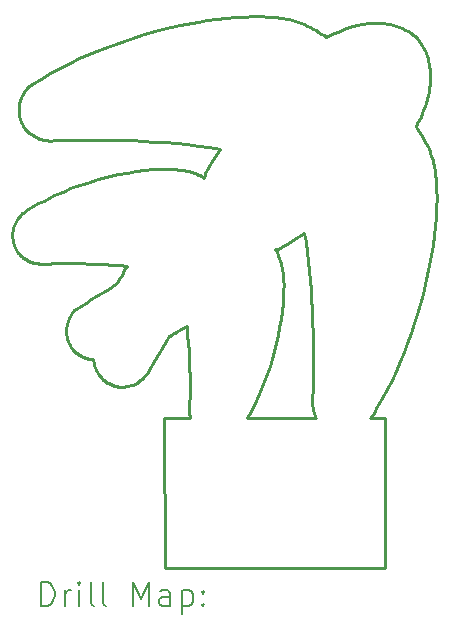
<source format=gbr>
%TF.GenerationSoftware,KiCad,Pcbnew,(6.0.10-0)*%
%TF.CreationDate,2023-06-21T21:43:06+02:00*%
%TF.ProjectId,SwiftLeeds,53776966-744c-4656-9564-732e6b696361,rev?*%
%TF.SameCoordinates,Original*%
%TF.FileFunction,Drillmap*%
%TF.FilePolarity,Positive*%
%FSLAX45Y45*%
G04 Gerber Fmt 4.5, Leading zero omitted, Abs format (unit mm)*
G04 Created by KiCad (PCBNEW (6.0.10-0)) date 2023-06-21 21:43:06*
%MOMM*%
%LPD*%
G01*
G04 APERTURE LIST*
%ADD10C,0.264583*%
%ADD11C,0.200000*%
G04 APERTURE END LIST*
D10*
X16724384Y-7317746D02*
X16720864Y-7317938D01*
X14492305Y-7267247D02*
X14495228Y-7277110D01*
X14698053Y-6379314D02*
X14713009Y-6385085D01*
X15309262Y-6703392D02*
X15212918Y-6728261D01*
X14612388Y-7415086D02*
X14620125Y-7418878D01*
X17010421Y-7665303D02*
X17003883Y-7584408D01*
X17978314Y-7618182D02*
X18014259Y-7450318D01*
X17855800Y-5488792D02*
X17835620Y-5475364D01*
X14728781Y-7442262D02*
X14756061Y-7442258D01*
X17272560Y-5464345D02*
X17239299Y-5478262D01*
X14685818Y-7439217D02*
X14694354Y-7440447D01*
X18038400Y-6547179D02*
X18031849Y-6527353D01*
X14650336Y-5925300D02*
X14650336Y-5925300D01*
X16827919Y-5373119D02*
X16801487Y-5367515D01*
X16033295Y-6679608D02*
X16020100Y-6674696D01*
X15871841Y-6423684D02*
X15964545Y-6432809D01*
X16770662Y-7499097D02*
X16773666Y-7519969D01*
X16059298Y-6690448D02*
X16046363Y-6684861D01*
X16110221Y-6714014D02*
X16109575Y-6715950D01*
X18054292Y-7202749D02*
X18063194Y-7123881D01*
X18054511Y-6607720D02*
X18049749Y-6587371D01*
X15212918Y-6728261D02*
X15117441Y-6756665D01*
X17036595Y-8702183D02*
X17034740Y-8696000D01*
X14702928Y-7441370D02*
X14711531Y-7441983D01*
X15553274Y-8439986D02*
X15568558Y-8428601D01*
X16747986Y-7312959D02*
X16744767Y-7314127D01*
X17914008Y-6255100D02*
X17928023Y-6226701D01*
X15391533Y-8484627D02*
X15391533Y-8484627D01*
X14965808Y-7898955D02*
X14960551Y-7910365D01*
X15369751Y-8481806D02*
X15380572Y-8483495D01*
X14578168Y-5998357D02*
X14571633Y-6009454D01*
X14794114Y-6886137D02*
X14749764Y-6908706D01*
X16691837Y-5353868D02*
X16663784Y-5351956D01*
X15309262Y-6703392D02*
X15309262Y-6703392D01*
X17024245Y-8587942D02*
X17025006Y-8566836D01*
X16773462Y-7777881D02*
X16766115Y-7845907D01*
X14806922Y-5828834D02*
X14727813Y-5875703D01*
X17436771Y-5415908D02*
X17410013Y-5421352D01*
X14486836Y-7165284D02*
X14485485Y-7175486D01*
X15201442Y-8356200D02*
X15206917Y-8365605D01*
X17239299Y-5478262D02*
X17206468Y-5493192D01*
X17616718Y-8579257D02*
X17616718Y-8579257D01*
X15019874Y-7829577D02*
X15019874Y-7829577D01*
X16762970Y-7303718D02*
X16762970Y-7303718D01*
X14609887Y-5957910D02*
X14601129Y-5967367D01*
X15180220Y-8306278D02*
X15183604Y-8316595D01*
X17953943Y-6168701D02*
X17965700Y-6139150D01*
X15429783Y-8484927D02*
X15448648Y-8482690D01*
X17641903Y-10017193D02*
X17641903Y-10017193D01*
X15073386Y-7439842D02*
X15136581Y-7441777D01*
X17463841Y-5411406D02*
X17436771Y-5415908D01*
X17573807Y-5403814D02*
X17546205Y-5404049D01*
X14620237Y-6982948D02*
X14578351Y-7009937D01*
X16471462Y-8745816D02*
X16471462Y-8745816D01*
X14597343Y-7406714D02*
X14604791Y-7411030D01*
X15984416Y-8337349D02*
X15985609Y-8387170D01*
X17960852Y-6376274D02*
X17949928Y-6358452D01*
X17026390Y-8657708D02*
X17025540Y-8651181D01*
X18002979Y-6017866D02*
X18009492Y-5986900D01*
X15896668Y-6647272D02*
X15859672Y-6644343D01*
X15010174Y-7438752D02*
X15073386Y-7439842D01*
X14538788Y-6120384D02*
X14538100Y-6133354D01*
X15959973Y-7972927D02*
X15959973Y-7972927D01*
X15500000Y-6400000D02*
X15593047Y-6404247D01*
X14919666Y-7438212D02*
X14946959Y-7438489D01*
X14523265Y-7336233D02*
X14528138Y-7343332D01*
X18073170Y-6767383D02*
X18070421Y-6727828D01*
X14727813Y-5875703D02*
X14650336Y-5925300D01*
X17529487Y-8728676D02*
X17542568Y-8707964D01*
X14892387Y-7438496D02*
X14919666Y-7438212D01*
X16111163Y-6709523D02*
X16110746Y-6711863D01*
X15983965Y-8316855D02*
X15984416Y-8337349D01*
X14639420Y-5932607D02*
X14629037Y-5940498D01*
X14985276Y-7866704D02*
X14978171Y-7877091D01*
X14571633Y-6009454D02*
X14565665Y-6020882D01*
X14713009Y-6385085D02*
X14728274Y-6390016D01*
X18049749Y-6587371D02*
X18044372Y-6567188D01*
X16718195Y-8115102D02*
X16701621Y-8181360D01*
X15298957Y-8455767D02*
X15308456Y-8460897D01*
X16731343Y-7317076D02*
X16727879Y-7317464D01*
X16732939Y-8048365D02*
X16718195Y-8115102D01*
X18016449Y-5773928D02*
X18012474Y-5750289D01*
X15139087Y-8248734D02*
X15149473Y-8250538D01*
X14930201Y-6824693D02*
X14884367Y-6844149D01*
X17886197Y-7948887D02*
X17911803Y-7866961D01*
X14620125Y-7418878D02*
X14627991Y-7422402D01*
X14541458Y-6185038D02*
X14543846Y-6197750D01*
X15825479Y-8049069D02*
X15828858Y-8046938D01*
X17025006Y-8566836D02*
X17027002Y-8524615D01*
X17074874Y-5480286D02*
X17051721Y-5466207D01*
X14976817Y-8140973D02*
X14983747Y-8151488D01*
X15985609Y-8387170D02*
X15985994Y-8438171D01*
X15263454Y-8431149D02*
X15271932Y-8437886D01*
X16607578Y-5349810D02*
X16579447Y-5349401D01*
X14507613Y-7096674D02*
X14503454Y-7106050D01*
X17142070Y-5525583D02*
X17120057Y-5510029D01*
X14629037Y-5940498D02*
X14619191Y-5948944D01*
X17874813Y-5503537D02*
X17855800Y-5488792D01*
X15325917Y-7452845D02*
X15388897Y-7458350D01*
X15318180Y-8465583D02*
X15328117Y-8469811D01*
X17735989Y-5429213D02*
X17709723Y-5421537D01*
X15289696Y-8450212D02*
X15298957Y-8455767D01*
X17020112Y-7827097D02*
X17015837Y-7746228D01*
X18014733Y-5955726D02*
X18018629Y-5924370D01*
X15117441Y-6756665D02*
X15023110Y-6788758D01*
X17985080Y-5658056D02*
X17975350Y-5636030D01*
X15779001Y-6415965D02*
X15871841Y-6423684D01*
X15854062Y-8033649D02*
X15857660Y-8031745D01*
X16859289Y-7243984D02*
X16811212Y-7273987D01*
X15500000Y-6400000D02*
X15500000Y-6400000D01*
X16745463Y-7396942D02*
X16751990Y-7417010D01*
X14617708Y-6327690D02*
X14629722Y-6338259D01*
X16717692Y-7332633D02*
X16721336Y-7339933D01*
X17031393Y-8683439D02*
X17029919Y-8677074D01*
X15108399Y-8241011D02*
X15118529Y-8243973D01*
X14503454Y-7106050D02*
X14499687Y-7115599D01*
X14559718Y-6246810D02*
X14565286Y-6258469D01*
X14571502Y-6269821D02*
X14578370Y-6280835D01*
X15206917Y-8365605D02*
X15212774Y-8374778D01*
X15910723Y-6648724D02*
X15896668Y-6647272D01*
X14728274Y-6390016D02*
X14743797Y-6394095D01*
X14955141Y-8095611D02*
X14959652Y-8107379D01*
X15896668Y-6647272D02*
X15896668Y-6647272D01*
X14493340Y-7135137D02*
X14490767Y-7145092D01*
X16905434Y-5396276D02*
X16879901Y-5387555D01*
X16854060Y-5379818D02*
X16827919Y-5373119D01*
X16111486Y-6707016D02*
X16111163Y-6709523D01*
X15984970Y-8747758D02*
X15770833Y-8748789D01*
X16135420Y-5383214D02*
X16058493Y-5395251D01*
X16801487Y-5367515D02*
X16774771Y-5363059D01*
X16663018Y-8312189D02*
X16641004Y-8376636D01*
X17004329Y-5439908D02*
X16980107Y-5427797D01*
X16780650Y-7625372D02*
X16780423Y-7667629D01*
X14538018Y-6146336D02*
X14538548Y-6159299D01*
X15819074Y-8053703D02*
X15822212Y-8051317D01*
X16747779Y-5359805D02*
X16747779Y-5359805D01*
X14791395Y-6401101D02*
X14807432Y-6401654D01*
X14683458Y-6372714D02*
X14698053Y-6379314D01*
X17027002Y-8524615D02*
X17027801Y-8503507D01*
X17025540Y-8651181D02*
X17025540Y-8651181D01*
X17515900Y-8748932D02*
X17515900Y-8748932D01*
X16683226Y-8247076D02*
X16663018Y-8312189D01*
X18070421Y-6727828D02*
X18066751Y-6688325D01*
X17023000Y-7890276D02*
X17020112Y-7827097D01*
X17986437Y-6079075D02*
X17995270Y-6048600D01*
X15905448Y-5424201D02*
X15753631Y-5459313D01*
X15430980Y-7500560D02*
X15410436Y-7536477D01*
X15282266Y-7663417D02*
X15193803Y-7717300D01*
X14547444Y-7037331D02*
X14540627Y-7045009D01*
X15370240Y-7608815D02*
X15282266Y-7663417D01*
X17049741Y-8737564D02*
X17045030Y-8726137D01*
X14538100Y-6133354D02*
X14538018Y-6146336D01*
X15271932Y-8437886D02*
X15280683Y-8444246D01*
X14694354Y-7440447D02*
X14702928Y-7441370D01*
X14565286Y-6258469D02*
X14571502Y-6269821D01*
X14728781Y-7442262D02*
X14728781Y-7442262D01*
X16006784Y-6670134D02*
X15993354Y-6665930D01*
X14627991Y-7422402D02*
X14635975Y-7425655D01*
X17374976Y-5429946D02*
X17357628Y-5434821D01*
X15069355Y-8225202D02*
X15078853Y-8229755D01*
X15348581Y-8476824D02*
X15359084Y-8479577D01*
X16731737Y-7362083D02*
X16734989Y-7369564D01*
X15448648Y-8482690D02*
X15467235Y-8478949D01*
X17024294Y-8630118D02*
X17023935Y-8609037D01*
X14555442Y-6044602D02*
X14551196Y-6056830D01*
X14490767Y-7145092D02*
X14488598Y-7155147D01*
X16720864Y-7317938D02*
X16717324Y-7318056D01*
X14887512Y-5784560D02*
X14806922Y-5828834D01*
X17995270Y-6048600D02*
X18002979Y-6017866D01*
X15527506Y-6661558D02*
X15454327Y-6673612D01*
X15984325Y-8646402D02*
X15984321Y-8697625D01*
X16241505Y-6469867D02*
X16241505Y-6469867D01*
X14953263Y-6396176D02*
X15090212Y-6393944D01*
X16754220Y-7309992D02*
X16751139Y-7311586D01*
X14916763Y-6396853D02*
X14935008Y-6396375D01*
X16523193Y-5349470D02*
X16523193Y-5349470D01*
X17616718Y-8579257D02*
X17656867Y-8503351D01*
X17028203Y-5452730D02*
X17004329Y-5439908D01*
X14499687Y-7115599D02*
X14496314Y-7125300D01*
X15363826Y-6395789D02*
X15500000Y-6400000D01*
X14533281Y-7350222D02*
X14538684Y-7356899D01*
X16955546Y-5416452D02*
X16930652Y-5405926D01*
X15191687Y-8336762D02*
X15196362Y-8346581D01*
X16738114Y-7377099D02*
X16745463Y-7396942D01*
X17033003Y-8689750D02*
X17031393Y-8683439D01*
X15785663Y-6641776D02*
X15748671Y-6642027D01*
X15816085Y-8056247D02*
X15819074Y-8053703D01*
X17938611Y-6340892D02*
X17938611Y-6340892D01*
X16738152Y-7315913D02*
X16734769Y-7316564D01*
X17025515Y-7953485D02*
X17023000Y-7890276D01*
X14992999Y-7856726D02*
X14985276Y-7866704D01*
X17040626Y-8714327D02*
X17036595Y-8702183D01*
X17555255Y-8686887D02*
X17567660Y-8665538D01*
X16367546Y-5357475D02*
X16289969Y-5364275D01*
X17051721Y-5466207D02*
X17028203Y-5452730D01*
X16728370Y-7354654D02*
X16731737Y-7362083D01*
X17928023Y-6226701D02*
X17941359Y-6197892D01*
X14756061Y-7442258D02*
X14783330Y-7441772D01*
X15857660Y-8031745D02*
X15861202Y-8029779D01*
X14512162Y-7087486D02*
X14507613Y-7096674D01*
X14585896Y-6291479D02*
X14585896Y-6291479D01*
X15239780Y-8408833D02*
X15247366Y-8416606D01*
X15159904Y-8251964D02*
X15170357Y-8253013D01*
X17028175Y-8482406D02*
X17028175Y-8482406D01*
X16176861Y-6571073D02*
X16113037Y-6672800D01*
X17028588Y-8670660D02*
X17027409Y-8664202D01*
X15010297Y-7838129D02*
X15001339Y-7847190D01*
X17120057Y-5510029D02*
X17097656Y-5494912D01*
X14506676Y-7305836D02*
X14510368Y-7313727D01*
X14644069Y-7428631D02*
X14652261Y-7431326D01*
X16721336Y-7339933D02*
X16724899Y-7347272D01*
X14951879Y-7933974D02*
X14948464Y-7946105D01*
X14569243Y-7386943D02*
X14575994Y-7392254D01*
X14955908Y-7922049D02*
X14951879Y-7933974D01*
X15813264Y-8058968D02*
X15816085Y-8056247D01*
X14978171Y-7877091D02*
X14971682Y-7887852D01*
X18058640Y-6628227D02*
X18054511Y-6607720D01*
X15828858Y-8046938D02*
X15832330Y-8044905D01*
X14884367Y-6844149D02*
X14838993Y-6864624D01*
X15098396Y-8237656D02*
X15108399Y-8241011D01*
X14971682Y-7887852D02*
X14965808Y-7898955D01*
X17761783Y-5438383D02*
X17735989Y-5429213D01*
X14538684Y-7356899D02*
X14544336Y-7363359D01*
X15255261Y-8424050D02*
X15263454Y-8431149D01*
X14498595Y-7286841D02*
X14502410Y-7296422D01*
X15060066Y-8220243D02*
X15069355Y-8225202D01*
X17975350Y-5636030D02*
X17964466Y-5614598D01*
X14517096Y-7078505D02*
X14512162Y-7087486D01*
X17020112Y-7827097D02*
X17020112Y-7827097D01*
X16727879Y-7317464D02*
X16724384Y-7317746D01*
X18019278Y-5797618D02*
X18019278Y-5797618D01*
X16879901Y-5387555D02*
X16854060Y-5379818D01*
X16747779Y-5359805D02*
X16719839Y-5356455D01*
X14578370Y-6280835D02*
X14585896Y-6291479D01*
X17952424Y-5593850D02*
X17939225Y-5573877D01*
X17027801Y-8503507D02*
X17028175Y-8482406D01*
X14544457Y-6081865D02*
X14541971Y-6094608D01*
X15631074Y-8357323D02*
X15640251Y-8340656D01*
X17546205Y-5404049D02*
X17518629Y-5405426D01*
X17911803Y-7866961D02*
X17935678Y-7784502D01*
X17829715Y-8110946D02*
X17858841Y-8030232D01*
X15640251Y-8340656D02*
X15640251Y-8340656D01*
X15187430Y-8326762D02*
X15191687Y-8336762D01*
X15308456Y-8460897D02*
X15318180Y-8465583D01*
X16955051Y-7183364D02*
X16955051Y-7183364D01*
X15839477Y-8041053D02*
X15854062Y-8033649D01*
X14540080Y-6107458D02*
X14538788Y-6120384D01*
X14969431Y-5742751D02*
X14887512Y-5784560D01*
X14783330Y-7441772D02*
X14837855Y-7440053D01*
X16109575Y-6715950D02*
X16109575Y-6715950D01*
X15451786Y-7464793D02*
X15451786Y-7464793D01*
X17027409Y-8664202D02*
X17026390Y-8657708D01*
X14484994Y-7226832D02*
X14486171Y-7237045D01*
X14991281Y-8161607D02*
X14999418Y-8171295D01*
X17340392Y-5440060D02*
X17306255Y-5451569D01*
X17909344Y-5536616D02*
X17892661Y-5519508D01*
X15401136Y-8485319D02*
X15410719Y-8485594D01*
X14534181Y-7052984D02*
X14528108Y-7061236D01*
X15388897Y-7458350D02*
X15451786Y-7464793D01*
X15832330Y-8044905D02*
X15835875Y-8042950D01*
X17030651Y-8179682D02*
X17029001Y-8078503D01*
X17174061Y-5509008D02*
X17142070Y-5525583D01*
X17027551Y-8016352D02*
X17025515Y-7953485D01*
X15601010Y-6651982D02*
X15527506Y-6661558D01*
X14487779Y-7247197D02*
X14489823Y-7257270D01*
X15370240Y-7608815D02*
X15370240Y-7608815D01*
X17971363Y-6394351D02*
X17960852Y-6376274D01*
X14590054Y-7402144D02*
X14597343Y-7406714D01*
X14562175Y-7022934D02*
X14554627Y-7029967D01*
X18044372Y-6567188D02*
X18038400Y-6547179D01*
X16717324Y-7318056D02*
X16710208Y-7318136D01*
X14562692Y-7381394D02*
X14569243Y-7386943D01*
X15019874Y-7829577D02*
X15010297Y-7838129D01*
X14945248Y-8059065D02*
X14947938Y-8071420D01*
X16072092Y-6696358D02*
X16059298Y-6690448D01*
X15485465Y-8473770D02*
X15503263Y-8467219D01*
X18043669Y-7281300D02*
X18054292Y-7202749D01*
X14941692Y-8034002D02*
X14943166Y-8046581D01*
X16445295Y-5352523D02*
X16367546Y-5357475D01*
X15503263Y-8467219D02*
X15520548Y-8459361D01*
X17766078Y-8270287D02*
X17798801Y-8190981D01*
X17683057Y-5415305D02*
X17656061Y-5410467D01*
X18017089Y-6488279D02*
X18008915Y-6469048D01*
X14935008Y-6396375D02*
X14953263Y-6396176D01*
X16996243Y-7503629D02*
X16987521Y-7423050D01*
X14976460Y-6806235D02*
X14930201Y-6824693D01*
X17029919Y-8677074D02*
X17028588Y-8670660D01*
X14560266Y-6032609D02*
X14555442Y-6044602D01*
X15088540Y-8233905D02*
X15098396Y-8237656D01*
X14642357Y-6348057D02*
X14655558Y-6357074D01*
X14711531Y-7441983D02*
X14720152Y-7442282D01*
X15822667Y-6642529D02*
X15785663Y-6641776D01*
X18031849Y-6527353D02*
X18024740Y-6507717D01*
X14662790Y-6957093D02*
X14620237Y-6982948D01*
X14837855Y-7440053D02*
X14892387Y-7438496D01*
X15023110Y-6788758D02*
X14976460Y-6806235D01*
X14585265Y-5987622D02*
X14578168Y-5998357D01*
X16241505Y-6469867D02*
X16209047Y-6520386D01*
X16057079Y-6443465D02*
X16149411Y-6455776D01*
X15822212Y-8051317D02*
X15825479Y-8049069D01*
X16719839Y-5356455D02*
X16691837Y-5353868D01*
X14484247Y-7216577D02*
X14484994Y-7226832D01*
X17709723Y-5421537D02*
X17683057Y-5415305D01*
X15952440Y-6655558D02*
X15938615Y-6652875D01*
X16209047Y-6520386D02*
X16176861Y-6571073D01*
X14601129Y-5967367D02*
X14592920Y-5977281D01*
X18018629Y-5924370D02*
X18021105Y-5892856D01*
X16112115Y-6695812D02*
X16111906Y-6701601D01*
X18024740Y-6507717D02*
X18017089Y-6488279D01*
X18066751Y-6688325D02*
X18062117Y-6648884D01*
X15467235Y-8478949D02*
X15485465Y-8473770D01*
X14518673Y-7328930D02*
X14523265Y-7336233D01*
X15973047Y-8113737D02*
X15978025Y-8185065D01*
X16762736Y-7457732D02*
X16767032Y-7478345D01*
X15149736Y-7744492D02*
X15105967Y-7772130D01*
X14496314Y-7125300D02*
X14493340Y-7135137D01*
X15964545Y-6432809D02*
X16057079Y-6443465D01*
X15770833Y-8748789D02*
X15777670Y-10016928D01*
X15172843Y-8274590D02*
X15174827Y-8285259D01*
X15520548Y-8459361D02*
X15537245Y-8450261D01*
X17899389Y-6283066D02*
X17914008Y-6255100D01*
X15835875Y-8042950D02*
X15839477Y-8041053D01*
X18022088Y-5861209D02*
X18021504Y-5829455D01*
X14964768Y-8118885D02*
X14970490Y-8130094D01*
X17938611Y-6340892D02*
X17933887Y-6333546D01*
X16955051Y-7183364D02*
X16859289Y-7243984D01*
X15864668Y-8027733D02*
X15868041Y-8025585D01*
X17935678Y-7784502D02*
X17957842Y-7701560D01*
X15686058Y-6409528D02*
X15779001Y-6415965D01*
X17034740Y-8696000D02*
X17033003Y-8689750D01*
X15813264Y-8058968D02*
X15813264Y-8058968D01*
X14546862Y-6210315D02*
X14550510Y-6222702D01*
X16987521Y-7423050D02*
X16977735Y-7342756D01*
X15170357Y-8253013D02*
X15171349Y-8263836D01*
X18001079Y-5703527D02*
X17993655Y-5680585D01*
X14629722Y-6338259D02*
X14642357Y-6348057D01*
X15051009Y-8214875D02*
X15060066Y-8220243D01*
X16617194Y-8440353D02*
X16591593Y-8503279D01*
X16663784Y-5351956D02*
X16635694Y-5350633D01*
X15280683Y-8444246D02*
X15289696Y-8450212D01*
X15359084Y-8479577D02*
X15369751Y-8481806D01*
X15777670Y-10016928D02*
X17641903Y-10017193D01*
X17567660Y-8665538D02*
X17616718Y-8579257D01*
X17695131Y-8426521D02*
X17731528Y-8348817D01*
X14554627Y-7029967D02*
X14547444Y-7037331D01*
X15328117Y-8469811D02*
X15338254Y-8473563D01*
X15753631Y-5459313D02*
X15603222Y-5500177D01*
X14720152Y-7442282D02*
X14728781Y-7442262D01*
X17957842Y-7701560D02*
X17978314Y-7618182D01*
X15985994Y-8438171D02*
X15985315Y-8542197D01*
X15221637Y-5630788D02*
X15136645Y-5665996D01*
X16641004Y-8376636D02*
X16617194Y-8440353D01*
X15025427Y-8196283D02*
X15033668Y-8202898D01*
X14604791Y-7411030D02*
X14612388Y-7415086D01*
X14999418Y-8171295D02*
X15008157Y-8180519D01*
X14759526Y-6397309D02*
X14775409Y-6399649D01*
X14652261Y-7431326D02*
X14660542Y-7433737D01*
X17030939Y-8281362D02*
X17030651Y-8179682D01*
X17892661Y-5519508D02*
X17874813Y-5503537D01*
X18000237Y-6450032D02*
X17991074Y-6431238D01*
X17024792Y-8640652D02*
X17024294Y-8630118D01*
X15583019Y-8416172D02*
X15596578Y-8402764D01*
X17811669Y-5461408D02*
X17787033Y-5449098D01*
X17991074Y-6431238D02*
X17981443Y-6412675D01*
X14743797Y-6394095D02*
X14759526Y-6397309D01*
X15748671Y-6642027D02*
X15711699Y-6643229D01*
X14947938Y-8071420D02*
X14951236Y-8083614D01*
X17919341Y-6311750D02*
X17909416Y-6297370D01*
X17993655Y-5680585D02*
X17985080Y-5658056D01*
X14940573Y-8008693D02*
X14940828Y-8021361D01*
X17045030Y-8726137D02*
X17040626Y-8714327D01*
X15451786Y-7464793D02*
X15430980Y-7500560D01*
X14705978Y-6932352D02*
X14662790Y-6957093D01*
X15609160Y-8388442D02*
X15620684Y-8373274D01*
X14943472Y-7970855D02*
X14941894Y-7983406D01*
X17981443Y-6412675D02*
X17971363Y-6394351D01*
X16113037Y-6672800D02*
X16112770Y-6675410D01*
X14506676Y-7305836D02*
X14506676Y-7305836D01*
X14941894Y-7983406D02*
X14940928Y-7996030D01*
X15390180Y-7572558D02*
X15370240Y-7608815D01*
X16113037Y-6672800D02*
X16113037Y-6672800D01*
X17964466Y-5614598D02*
X17952424Y-5593850D01*
X17097656Y-5494912D02*
X17074874Y-5480286D01*
X15537245Y-8450261D02*
X15553274Y-8439986D01*
X17835620Y-5475364D02*
X17835620Y-5475364D01*
X15128765Y-8246547D02*
X15139087Y-8248734D01*
X17656867Y-8503351D02*
X17695131Y-8426521D01*
X14489823Y-7257270D02*
X14492305Y-7267247D01*
X17030051Y-8382589D02*
X17030939Y-8281362D01*
X18021504Y-5829455D02*
X18019278Y-5797618D01*
X15174827Y-8285259D02*
X15177290Y-8295827D01*
X15620684Y-8373274D02*
X15631074Y-8357323D01*
X14502410Y-7296422D02*
X14506676Y-7305836D01*
X16535058Y-8626506D02*
X16504138Y-8686682D01*
X17949928Y-6358452D02*
X17938611Y-6340892D01*
X14880301Y-6398366D02*
X14916763Y-6396853D01*
X16756908Y-7913705D02*
X16745846Y-7981212D01*
X16774771Y-5363059D02*
X16747779Y-5359805D01*
X17206468Y-5493192D02*
X17174061Y-5509008D01*
X15978025Y-8185065D02*
X15981884Y-8256372D01*
X16767032Y-7478345D02*
X16770662Y-7499097D01*
X15171349Y-8263836D02*
X15172843Y-8274590D01*
X14953263Y-6396176D02*
X14953263Y-6396176D01*
X16212586Y-5372872D02*
X16135420Y-5383214D01*
X16591593Y-8503279D02*
X16564212Y-8565351D01*
X14749764Y-6908706D02*
X14705978Y-6932352D01*
X15199745Y-7444578D02*
X15262862Y-7448261D01*
X17491150Y-5407895D02*
X17463841Y-5411406D01*
X17929095Y-6326244D02*
X17919341Y-6311750D01*
X15682730Y-8270247D02*
X15725891Y-8199971D01*
X14943166Y-8046581D02*
X14945248Y-8059065D01*
X18063194Y-7123881D02*
X18070047Y-7044783D01*
X17641903Y-10017193D02*
X17639837Y-8750417D01*
X15410436Y-7536477D02*
X15390180Y-7572558D01*
X17835620Y-5475364D02*
X17811669Y-5461408D01*
X14585896Y-6291479D02*
X14595743Y-6304289D01*
X15078853Y-8229755D02*
X15088540Y-8233905D01*
X18075039Y-6806977D02*
X18073170Y-6767383D01*
X17142070Y-5525583D02*
X17142070Y-5525583D01*
X16046363Y-6684861D02*
X16033295Y-6679608D01*
X17029001Y-8078503D02*
X17029001Y-8078503D01*
X15247366Y-8416606D02*
X15255261Y-8424050D01*
X16111729Y-6704367D02*
X16111486Y-6707016D01*
X16084741Y-6702585D02*
X16072092Y-6696358D01*
X16579447Y-5349401D02*
X16523193Y-5349470D01*
X14650336Y-5925300D02*
X14639420Y-5932607D01*
X16766115Y-7845907D02*
X16756908Y-7913705D01*
X15725891Y-8199971D02*
X15813264Y-8058968D01*
X14951236Y-8083614D02*
X14955141Y-8095611D01*
X17029001Y-8078503D02*
X17027551Y-8016352D01*
X18062117Y-6648884D02*
X18062117Y-6648884D01*
X15380572Y-8483495D02*
X15391533Y-8484627D01*
X14528108Y-7061236D02*
X14522412Y-7069749D01*
X16504138Y-8686682D02*
X16471462Y-8745816D01*
X15001339Y-7847190D02*
X14992999Y-7856726D01*
X16289969Y-5364275D02*
X16212586Y-5372872D01*
X15136581Y-7441777D02*
X15199745Y-7444578D01*
X14550228Y-7369598D02*
X14556350Y-7375611D01*
X14488598Y-7155147D02*
X14486836Y-7165284D01*
X15149473Y-8250538D02*
X15159904Y-8251964D01*
X15568558Y-8428601D02*
X15583019Y-8416172D01*
X17601365Y-5404772D02*
X17573807Y-5403814D01*
X17518629Y-5405426D02*
X17491150Y-5407895D01*
X15966175Y-6658634D02*
X15952440Y-6655558D01*
X16751139Y-7311586D02*
X16747986Y-7312959D01*
X14669276Y-6365296D02*
X14683458Y-6372714D01*
X15090212Y-6393944D02*
X15227148Y-6393792D01*
X17003883Y-7584408D02*
X16996243Y-7503629D01*
X14486171Y-7237045D02*
X14487779Y-7247197D01*
X16724899Y-7347272D02*
X16728370Y-7354654D01*
X14635975Y-7425655D02*
X14644069Y-7428631D01*
X16635694Y-5350633D02*
X16607578Y-5349810D01*
X15391533Y-8484627D02*
X15401136Y-8485319D01*
X14528138Y-7343332D02*
X14533281Y-7350222D01*
X16744767Y-7314127D02*
X16741487Y-7315106D01*
X16778938Y-7709688D02*
X16778938Y-7709688D01*
X18062117Y-6648884D02*
X18058640Y-6628227D01*
X14946959Y-7438489D02*
X14946959Y-7438489D01*
X18070047Y-7044783D02*
X18074524Y-6965542D01*
X15984321Y-8697625D02*
X15984970Y-8747758D01*
X14838993Y-6864624D02*
X14794114Y-6886137D01*
X15983303Y-8295757D02*
X15983965Y-8316855D01*
X18019278Y-5797618D02*
X18016449Y-5773928D01*
X15861202Y-8029779D02*
X15864668Y-8027733D01*
X16564212Y-8565351D02*
X16535058Y-8626506D01*
X14959652Y-8107379D02*
X14964768Y-8118885D01*
X17639837Y-8750417D02*
X17639837Y-8750417D01*
X15859672Y-6644343D02*
X15822667Y-6642529D01*
X15914109Y-7999434D02*
X15959973Y-7972927D01*
X16966905Y-7262832D02*
X16955051Y-7183364D01*
X15017498Y-8189245D02*
X15025427Y-8196283D01*
X18008915Y-6469048D02*
X18000237Y-6450032D01*
X16149411Y-6455776D02*
X16241505Y-6469867D01*
X14946959Y-7438489D02*
X15010174Y-7438752D01*
X14547533Y-6069262D02*
X14544457Y-6081865D01*
X15118529Y-8243973D02*
X15128765Y-8246547D01*
X15033668Y-8202898D02*
X15042202Y-8209095D01*
X14655558Y-6357074D02*
X14669276Y-6365296D01*
X14940828Y-8021361D02*
X14941692Y-8034002D01*
X16761567Y-7304931D02*
X16760141Y-7306075D01*
X15454402Y-5546381D02*
X15307350Y-5597517D01*
X14541971Y-6094608D02*
X14540080Y-6107458D01*
X15193803Y-7717300D02*
X15149736Y-7744492D01*
X16762970Y-7303718D02*
X16761567Y-7304931D01*
X17542568Y-8707964D02*
X17555255Y-8686887D01*
X16020100Y-6674696D02*
X16006784Y-6670134D01*
X15593047Y-6404247D02*
X15686058Y-6409528D01*
X15640251Y-8340656D02*
X15682730Y-8270247D01*
X18012474Y-5750289D02*
X18007351Y-5726792D01*
X14948464Y-7946105D02*
X14945661Y-7958410D01*
X16741487Y-7315106D02*
X16738152Y-7315913D01*
X14543846Y-6197750D02*
X14546862Y-6210315D01*
X17410013Y-5421352D02*
X17392437Y-5425451D01*
X16751990Y-7417010D02*
X16757735Y-7437280D01*
X18009492Y-5986900D02*
X18014733Y-5955726D01*
X15993354Y-6665930D02*
X15979816Y-6662094D01*
X17933887Y-6333546D02*
X17929095Y-6326244D01*
X16930652Y-5405926D02*
X16905434Y-5396276D01*
X14945661Y-7958410D02*
X14943472Y-7970855D01*
X14550510Y-6222702D02*
X14554794Y-6234877D01*
X17410013Y-5421352D02*
X17410013Y-5421352D01*
X14660542Y-7433737D02*
X14668902Y-7435858D01*
X15105967Y-7772130D02*
X15062633Y-7800422D01*
X15984416Y-8337349D02*
X15984416Y-8337349D01*
X16111906Y-6701601D02*
X16111729Y-6704367D01*
X15052526Y-5703273D02*
X14969431Y-5742751D01*
X17025540Y-8651181D02*
X17024792Y-8640652D01*
X17028175Y-8482406D02*
X17030051Y-8382589D01*
X16757222Y-7308161D02*
X16754220Y-7309992D01*
X15868041Y-8025585D02*
X15868041Y-8025585D01*
X17858841Y-8030232D02*
X17886197Y-7948887D01*
X15136645Y-5665996D02*
X15052526Y-5703273D01*
X15596578Y-8402764D02*
X15609160Y-8388442D01*
X14578351Y-7009937D02*
X14578351Y-7009937D01*
X16980107Y-5427797D02*
X16955546Y-5416452D01*
X15410719Y-8485594D02*
X15429783Y-8484927D01*
X18043669Y-7281300D02*
X18043669Y-7281300D01*
X14983747Y-8151488D02*
X14991281Y-8161607D01*
X15262862Y-7448261D02*
X15325917Y-7452845D01*
X15711699Y-6643229D02*
X15674758Y-6645325D01*
X14578351Y-7009937D02*
X14570084Y-7016252D01*
X16811212Y-7273987D02*
X16762970Y-7303718D01*
X14592920Y-5977281D02*
X14585265Y-5987622D01*
X15177290Y-8295827D02*
X15180220Y-8306278D01*
X14668902Y-7435858D02*
X14677331Y-7437687D01*
X16471462Y-8745816D02*
X17054690Y-8748563D01*
X18014259Y-7450318D02*
X18043669Y-7281300D01*
X16112574Y-6678144D02*
X16112339Y-6683890D01*
X17941359Y-6197892D02*
X17953943Y-6168701D01*
X15603222Y-5500177D02*
X15454402Y-5546381D01*
X14551196Y-6056830D02*
X14547533Y-6069262D01*
X15225586Y-8392366D02*
X15232516Y-8400747D01*
X14540627Y-7045009D02*
X14534181Y-7052984D01*
X15967010Y-8042865D02*
X15973047Y-8113737D01*
X16112770Y-6675410D02*
X16112574Y-6678144D01*
X14570084Y-7016252D02*
X14562175Y-7022934D01*
X14940928Y-7996030D02*
X14940573Y-8008693D01*
X15981884Y-8256372D02*
X15983303Y-8295757D01*
X14606364Y-6316363D02*
X14617708Y-6327690D01*
X16738114Y-7377099D02*
X16738114Y-7377099D01*
X14582934Y-7397322D02*
X14590054Y-7402144D01*
X14510368Y-7313727D02*
X14514370Y-7321427D01*
X17515900Y-8748932D02*
X17529487Y-8728676D01*
X17054690Y-8748563D02*
X17049741Y-8737564D01*
X15183604Y-8316595D02*
X15187430Y-8326762D01*
X16058493Y-5395251D02*
X15905448Y-5424201D01*
X16977735Y-7342756D02*
X16966905Y-7262832D01*
X17939225Y-5573877D02*
X17924865Y-5554769D01*
X14970490Y-8130094D02*
X14976817Y-8140973D01*
X14522412Y-7069749D02*
X14517096Y-7078505D01*
X15062633Y-7800422D02*
X15019874Y-7829577D01*
X15777670Y-10016928D02*
X15777670Y-10016928D01*
X18021105Y-5892856D02*
X18022088Y-5861209D01*
X16110746Y-6711863D02*
X16110221Y-6714014D01*
X17015837Y-7746228D02*
X17010421Y-7665303D01*
X14775409Y-6399649D02*
X14791395Y-6401101D01*
X17731528Y-8348817D02*
X17766078Y-8270287D01*
X15868041Y-8025585D02*
X15914109Y-7999434D01*
X18007351Y-5726792D02*
X18001079Y-5703527D01*
X14514370Y-7321427D02*
X14518673Y-7328930D01*
X14960551Y-7910365D02*
X14955908Y-7922049D01*
X16773666Y-7519969D02*
X16776082Y-7540938D01*
X16710208Y-7318136D02*
X16710208Y-7318136D01*
X15981884Y-8256372D02*
X15981884Y-8256372D01*
X17392437Y-5425451D02*
X17374976Y-5429946D01*
X15212774Y-8374778D02*
X15225586Y-8392366D01*
X16778938Y-7709688D02*
X16773462Y-7777881D01*
X15227148Y-6393792D02*
X15363826Y-6395789D01*
X16777950Y-7561984D02*
X16779307Y-7583085D01*
X15307350Y-5597517D02*
X15221637Y-5630788D01*
X16523193Y-5349470D02*
X16445295Y-5352523D01*
X17787033Y-5449098D02*
X17761783Y-5438383D01*
X14538548Y-6159299D02*
X14539693Y-6172210D01*
X15307350Y-5597517D02*
X15307350Y-5597517D01*
X16710208Y-7318136D02*
X16717692Y-7332633D01*
X15042202Y-8209095D02*
X15051009Y-8214875D01*
X14677331Y-7437687D02*
X14685818Y-7439217D01*
X17798801Y-8190981D02*
X17829715Y-8110946D01*
X16780423Y-7667629D02*
X16778938Y-7709688D01*
X15984970Y-8747758D02*
X15984970Y-8747758D01*
X17639837Y-8750417D02*
X17515900Y-8748932D01*
X14556350Y-7375611D02*
X14562692Y-7381394D01*
X14539693Y-6172210D02*
X14541458Y-6185038D01*
X17976556Y-6109267D02*
X17986437Y-6079075D01*
X14807432Y-6401654D02*
X14807432Y-6401654D01*
X16760141Y-7306075D02*
X16757222Y-7308161D01*
X18076297Y-6886244D02*
X18075039Y-6806977D01*
X16757735Y-7437280D02*
X16762736Y-7457732D01*
X15674758Y-6645325D02*
X15601010Y-6651982D01*
X16701621Y-8181360D02*
X16683226Y-8247076D01*
X17023935Y-8609037D02*
X17024245Y-8587942D01*
X14565665Y-6020882D02*
X14560266Y-6032609D01*
X14495228Y-7277110D02*
X14498595Y-7286841D01*
X16734769Y-7316564D02*
X16731343Y-7317076D01*
X15196362Y-8346581D02*
X15201442Y-8356200D01*
X14484547Y-7185734D02*
X14484027Y-7196010D01*
X17899389Y-6283066D02*
X17899389Y-6283066D01*
X16779307Y-7583085D02*
X16780650Y-7625372D01*
X18074524Y-6965542D02*
X18076297Y-6886244D01*
X14575994Y-7392254D02*
X14582934Y-7397322D01*
X14843862Y-6400153D02*
X14880301Y-6398366D01*
X14554794Y-6234877D02*
X14559718Y-6246810D01*
X17924865Y-5554769D02*
X17909344Y-5536616D01*
X15008157Y-8180519D02*
X15017498Y-8189245D01*
X16776082Y-7540938D02*
X16777950Y-7561984D01*
X15454327Y-6673612D02*
X15381552Y-6687703D01*
X16734989Y-7369564D02*
X16738114Y-7377099D01*
X16745846Y-7981212D02*
X16732939Y-8048365D01*
X15924707Y-6650594D02*
X15910723Y-6648724D01*
X14485485Y-7175486D02*
X14484547Y-7185734D01*
X17357628Y-5434821D02*
X17340392Y-5440060D01*
X14484027Y-7196010D02*
X14483925Y-7206297D01*
X17909416Y-6297370D02*
X17899389Y-6283066D01*
X14807432Y-6401654D02*
X14843862Y-6400153D01*
X15979816Y-6662094D02*
X15966175Y-6658634D01*
X16097238Y-6709118D02*
X16084741Y-6702585D01*
X15338254Y-8473563D02*
X15348581Y-8476824D01*
X14595743Y-6304289D02*
X14606364Y-6316363D01*
X15170357Y-8253013D02*
X15170357Y-8253013D01*
X17965700Y-6139150D02*
X17976556Y-6109267D01*
X15959973Y-7972927D02*
X15967010Y-8042865D01*
X16112339Y-6683890D02*
X16112115Y-6695812D01*
X17306255Y-5451569D02*
X17272560Y-5464345D01*
X17628807Y-5406973D02*
X17601365Y-5404772D01*
X15232516Y-8400747D02*
X15239780Y-8408833D01*
X15017498Y-8189245D02*
X15017498Y-8189245D01*
X15381552Y-6687703D02*
X15309262Y-6703392D01*
X14619191Y-5948944D02*
X14609887Y-5957910D01*
X14483925Y-7206297D02*
X14484247Y-7216577D01*
X16109575Y-6715950D02*
X16097238Y-6709118D01*
X17656061Y-5410467D02*
X17628807Y-5406973D01*
X14544336Y-7363359D02*
X14550228Y-7369598D01*
X15985315Y-8542197D02*
X15984325Y-8646402D01*
X15938615Y-6652875D02*
X15924707Y-6650594D01*
D11*
X14728315Y-10340898D02*
X14728315Y-10140898D01*
X14775934Y-10140898D01*
X14804506Y-10150422D01*
X14823553Y-10169470D01*
X14833077Y-10188517D01*
X14842601Y-10226612D01*
X14842601Y-10255184D01*
X14833077Y-10293279D01*
X14823553Y-10312327D01*
X14804506Y-10331374D01*
X14775934Y-10340898D01*
X14728315Y-10340898D01*
X14928315Y-10340898D02*
X14928315Y-10207565D01*
X14928315Y-10245660D02*
X14937839Y-10226612D01*
X14947363Y-10217089D01*
X14966410Y-10207565D01*
X14985458Y-10207565D01*
X15052125Y-10340898D02*
X15052125Y-10207565D01*
X15052125Y-10140898D02*
X15042601Y-10150422D01*
X15052125Y-10159946D01*
X15061649Y-10150422D01*
X15052125Y-10140898D01*
X15052125Y-10159946D01*
X15175934Y-10340898D02*
X15156887Y-10331374D01*
X15147363Y-10312327D01*
X15147363Y-10140898D01*
X15280696Y-10340898D02*
X15261649Y-10331374D01*
X15252125Y-10312327D01*
X15252125Y-10140898D01*
X15509268Y-10340898D02*
X15509268Y-10140898D01*
X15575934Y-10283755D01*
X15642601Y-10140898D01*
X15642601Y-10340898D01*
X15823553Y-10340898D02*
X15823553Y-10236136D01*
X15814030Y-10217089D01*
X15794982Y-10207565D01*
X15756887Y-10207565D01*
X15737839Y-10217089D01*
X15823553Y-10331374D02*
X15804506Y-10340898D01*
X15756887Y-10340898D01*
X15737839Y-10331374D01*
X15728315Y-10312327D01*
X15728315Y-10293279D01*
X15737839Y-10274231D01*
X15756887Y-10264708D01*
X15804506Y-10264708D01*
X15823553Y-10255184D01*
X15918791Y-10207565D02*
X15918791Y-10407565D01*
X15918791Y-10217089D02*
X15937839Y-10207565D01*
X15975934Y-10207565D01*
X15994982Y-10217089D01*
X16004506Y-10226612D01*
X16014030Y-10245660D01*
X16014030Y-10302803D01*
X16004506Y-10321850D01*
X15994982Y-10331374D01*
X15975934Y-10340898D01*
X15937839Y-10340898D01*
X15918791Y-10331374D01*
X16099744Y-10321850D02*
X16109268Y-10331374D01*
X16099744Y-10340898D01*
X16090220Y-10331374D01*
X16099744Y-10321850D01*
X16099744Y-10340898D01*
X16099744Y-10217089D02*
X16109268Y-10226612D01*
X16099744Y-10236136D01*
X16090220Y-10226612D01*
X16099744Y-10217089D01*
X16099744Y-10236136D01*
M02*

</source>
